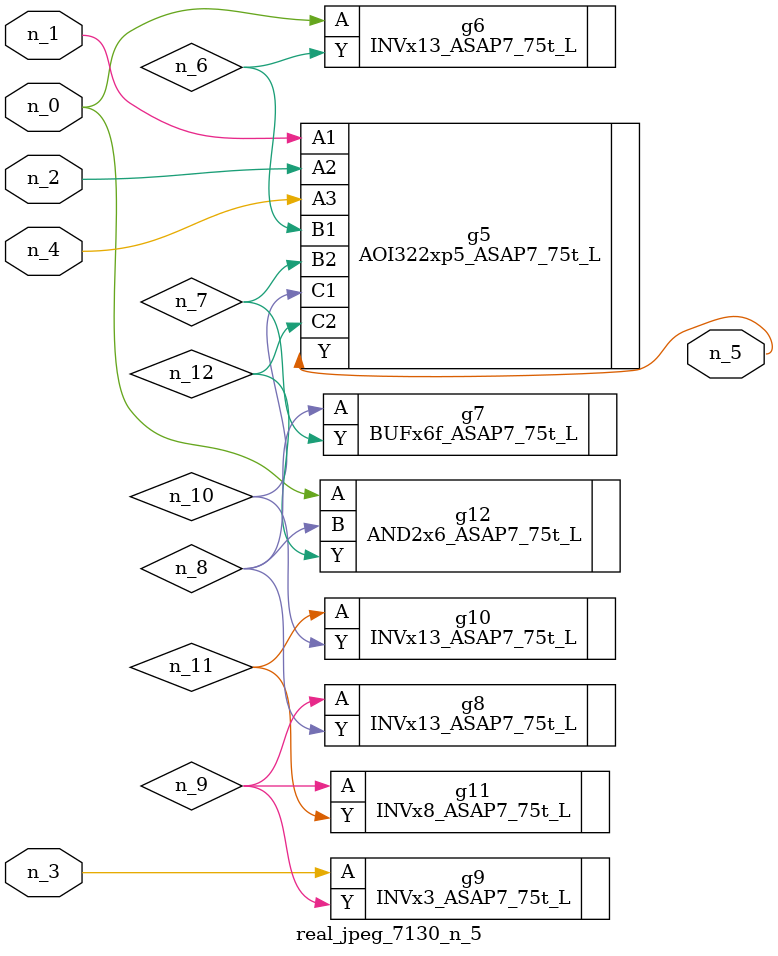
<source format=v>
module real_jpeg_7130_n_5 (n_4, n_0, n_1, n_2, n_3, n_5);

input n_4;
input n_0;
input n_1;
input n_2;
input n_3;

output n_5;

wire n_12;
wire n_8;
wire n_11;
wire n_6;
wire n_7;
wire n_10;
wire n_9;

INVx13_ASAP7_75t_L g6 ( 
.A(n_0),
.Y(n_6)
);

AND2x6_ASAP7_75t_L g12 ( 
.A(n_0),
.B(n_8),
.Y(n_12)
);

AOI322xp5_ASAP7_75t_L g5 ( 
.A1(n_1),
.A2(n_2),
.A3(n_4),
.B1(n_6),
.B2(n_7),
.C1(n_10),
.C2(n_12),
.Y(n_5)
);

INVx3_ASAP7_75t_L g9 ( 
.A(n_3),
.Y(n_9)
);

BUFx6f_ASAP7_75t_L g7 ( 
.A(n_8),
.Y(n_7)
);

INVx13_ASAP7_75t_L g8 ( 
.A(n_9),
.Y(n_8)
);

INVx8_ASAP7_75t_L g11 ( 
.A(n_9),
.Y(n_11)
);

INVx13_ASAP7_75t_L g10 ( 
.A(n_11),
.Y(n_10)
);


endmodule
</source>
